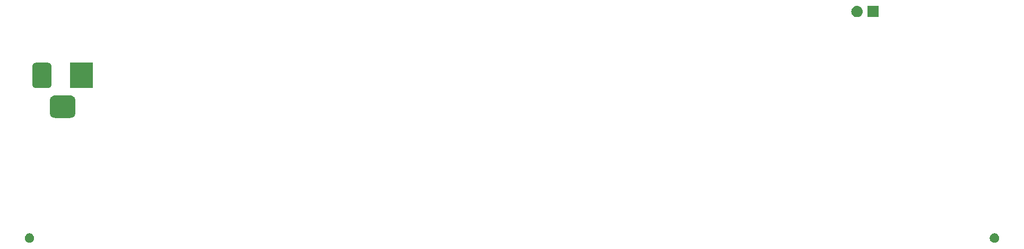
<source format=gbr>
G04 #@! TF.GenerationSoftware,KiCad,Pcbnew,(5.1.4)-1*
G04 #@! TF.CreationDate,2020-04-08T10:51:14+02:00*
G04 #@! TF.ProjectId,PCB_Theremin,5043425f-5468-4657-9265-6d696e2e6b69,rev?*
G04 #@! TF.SameCoordinates,Original*
G04 #@! TF.FileFunction,Soldermask,Bot*
G04 #@! TF.FilePolarity,Negative*
%FSLAX46Y46*%
G04 Gerber Fmt 4.6, Leading zero omitted, Abs format (unit mm)*
G04 Created by KiCad (PCBNEW (5.1.4)-1) date 2020-04-08 10:51:14*
%MOMM*%
%LPD*%
G04 APERTURE LIST*
%ADD10C,0.100000*%
G04 APERTURE END LIST*
D10*
G36*
X210219059Y-99277860D02*
G01*
X210355732Y-99334472D01*
X210478735Y-99416660D01*
X210583340Y-99521265D01*
X210665528Y-99644268D01*
X210722140Y-99780941D01*
X210751000Y-99926033D01*
X210751000Y-100073967D01*
X210722140Y-100219059D01*
X210665528Y-100355732D01*
X210583340Y-100478735D01*
X210478735Y-100583340D01*
X210355732Y-100665528D01*
X210355731Y-100665529D01*
X210355730Y-100665529D01*
X210219059Y-100722140D01*
X210073968Y-100751000D01*
X209926032Y-100751000D01*
X209780941Y-100722140D01*
X209644270Y-100665529D01*
X209644269Y-100665529D01*
X209644268Y-100665528D01*
X209521265Y-100583340D01*
X209416660Y-100478735D01*
X209334472Y-100355732D01*
X209277860Y-100219059D01*
X209249000Y-100073967D01*
X209249000Y-99926033D01*
X209277860Y-99780941D01*
X209334472Y-99644268D01*
X209416660Y-99521265D01*
X209521265Y-99416660D01*
X209644268Y-99334472D01*
X209780941Y-99277860D01*
X209926032Y-99249000D01*
X210073968Y-99249000D01*
X210219059Y-99277860D01*
X210219059Y-99277860D01*
G37*
G36*
X56219059Y-99277860D02*
G01*
X56355732Y-99334472D01*
X56478735Y-99416660D01*
X56583340Y-99521265D01*
X56665528Y-99644268D01*
X56722140Y-99780941D01*
X56751000Y-99926033D01*
X56751000Y-100073967D01*
X56722140Y-100219059D01*
X56665528Y-100355732D01*
X56583340Y-100478735D01*
X56478735Y-100583340D01*
X56355732Y-100665528D01*
X56355731Y-100665529D01*
X56355730Y-100665529D01*
X56219059Y-100722140D01*
X56073968Y-100751000D01*
X55926032Y-100751000D01*
X55780941Y-100722140D01*
X55644270Y-100665529D01*
X55644269Y-100665529D01*
X55644268Y-100665528D01*
X55521265Y-100583340D01*
X55416660Y-100478735D01*
X55334472Y-100355732D01*
X55277860Y-100219059D01*
X55249000Y-100073967D01*
X55249000Y-99926033D01*
X55277860Y-99780941D01*
X55334472Y-99644268D01*
X55416660Y-99521265D01*
X55521265Y-99416660D01*
X55644268Y-99334472D01*
X55780941Y-99277860D01*
X55926032Y-99249000D01*
X56073968Y-99249000D01*
X56219059Y-99277860D01*
X56219059Y-99277860D01*
G37*
G36*
X62676366Y-77215695D02*
G01*
X62833460Y-77263349D01*
X62978231Y-77340731D01*
X63105128Y-77444872D01*
X63209269Y-77571769D01*
X63286651Y-77716540D01*
X63334305Y-77873634D01*
X63351000Y-78043140D01*
X63351000Y-79956860D01*
X63334305Y-80126366D01*
X63286651Y-80283460D01*
X63209269Y-80428231D01*
X63105128Y-80555128D01*
X62978231Y-80659269D01*
X62833460Y-80736651D01*
X62676366Y-80784305D01*
X62506860Y-80801000D01*
X60093140Y-80801000D01*
X59923634Y-80784305D01*
X59766540Y-80736651D01*
X59621769Y-80659269D01*
X59494872Y-80555128D01*
X59390731Y-80428231D01*
X59313349Y-80283460D01*
X59265695Y-80126366D01*
X59249000Y-79956860D01*
X59249000Y-78043140D01*
X59265695Y-77873634D01*
X59313349Y-77716540D01*
X59390731Y-77571769D01*
X59494872Y-77444872D01*
X59621769Y-77340731D01*
X59766540Y-77263349D01*
X59923634Y-77215695D01*
X60093140Y-77199000D01*
X62506860Y-77199000D01*
X62676366Y-77215695D01*
X62676366Y-77215695D01*
G37*
G36*
X66101000Y-76051000D02*
G01*
X62499000Y-76051000D01*
X62499000Y-71949000D01*
X66101000Y-71949000D01*
X66101000Y-76051000D01*
X66101000Y-76051000D01*
G37*
G36*
X58976979Y-71963293D02*
G01*
X59110625Y-72003834D01*
X59233784Y-72069664D01*
X59341740Y-72158260D01*
X59430336Y-72266216D01*
X59496166Y-72389375D01*
X59536707Y-72523021D01*
X59551000Y-72668140D01*
X59551000Y-75331860D01*
X59536707Y-75476979D01*
X59496166Y-75610625D01*
X59430336Y-75733784D01*
X59341740Y-75841740D01*
X59233784Y-75930336D01*
X59110625Y-75996166D01*
X58976979Y-76036707D01*
X58831860Y-76051000D01*
X57168140Y-76051000D01*
X57023021Y-76036707D01*
X56889375Y-75996166D01*
X56766216Y-75930336D01*
X56658260Y-75841740D01*
X56569664Y-75733784D01*
X56503834Y-75610625D01*
X56463293Y-75476979D01*
X56449000Y-75331860D01*
X56449000Y-72668140D01*
X56463293Y-72523021D01*
X56503834Y-72389375D01*
X56569664Y-72266216D01*
X56658260Y-72158260D01*
X56766216Y-72069664D01*
X56889375Y-72003834D01*
X57023021Y-71963293D01*
X57168140Y-71949000D01*
X58831860Y-71949000D01*
X58976979Y-71963293D01*
X58976979Y-71963293D01*
G37*
G36*
X191501000Y-64701000D02*
G01*
X189699000Y-64701000D01*
X189699000Y-62899000D01*
X191501000Y-62899000D01*
X191501000Y-64701000D01*
X191501000Y-64701000D01*
G37*
G36*
X188170443Y-62905519D02*
G01*
X188236627Y-62912037D01*
X188406466Y-62963557D01*
X188562991Y-63047222D01*
X188598729Y-63076552D01*
X188700186Y-63159814D01*
X188783448Y-63261271D01*
X188812778Y-63297009D01*
X188896443Y-63453534D01*
X188947963Y-63623373D01*
X188965359Y-63800000D01*
X188947963Y-63976627D01*
X188896443Y-64146466D01*
X188812778Y-64302991D01*
X188783448Y-64338729D01*
X188700186Y-64440186D01*
X188598729Y-64523448D01*
X188562991Y-64552778D01*
X188406466Y-64636443D01*
X188236627Y-64687963D01*
X188170443Y-64694481D01*
X188104260Y-64701000D01*
X188015740Y-64701000D01*
X187949557Y-64694481D01*
X187883373Y-64687963D01*
X187713534Y-64636443D01*
X187557009Y-64552778D01*
X187521271Y-64523448D01*
X187419814Y-64440186D01*
X187336552Y-64338729D01*
X187307222Y-64302991D01*
X187223557Y-64146466D01*
X187172037Y-63976627D01*
X187154641Y-63800000D01*
X187172037Y-63623373D01*
X187223557Y-63453534D01*
X187307222Y-63297009D01*
X187336552Y-63261271D01*
X187419814Y-63159814D01*
X187521271Y-63076552D01*
X187557009Y-63047222D01*
X187713534Y-62963557D01*
X187883373Y-62912037D01*
X187949557Y-62905519D01*
X188015740Y-62899000D01*
X188104260Y-62899000D01*
X188170443Y-62905519D01*
X188170443Y-62905519D01*
G37*
M02*

</source>
